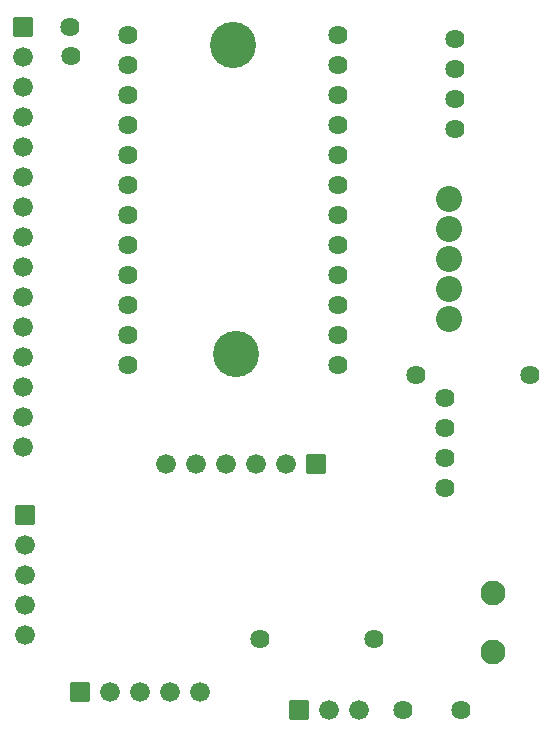
<source format=gts>
G04 Layer: TopSolderMaskLayer*
G04 EasyEDA v6.5.40, 2025-04-08 18:07:50*
G04 f69cb92f1d464a00b3157a5873f4f14e,9a3801b0f1a945d2957c124233de6e5e,10*
G04 Gerber Generator version 0.2*
G04 Scale: 100 percent, Rotated: No, Reflected: No *
G04 Dimensions in millimeters *
G04 leading zeros omitted , absolute positions ,4 integer and 5 decimal *
%FSLAX45Y45*%
%MOMM*%

%AMMACRO1*1,1,$1,$2,$3*1,1,$1,$4,$5*1,1,$1,0-$2,0-$3*1,1,$1,0-$4,0-$5*20,1,$1,$2,$3,$4,$5,0*20,1,$1,$4,$5,0-$2,0-$3,0*20,1,$1,0-$2,0-$3,0-$4,0-$5,0*20,1,$1,0-$4,0-$5,$2,$3,0*4,1,4,$2,$3,$4,$5,0-$2,0-$3,0-$4,0-$5,$2,$3,0*%
%ADD10C,1.6764*%
%ADD11MACRO1,0.1016X0.7874X0.7874X0.7874X-0.7874*%
%ADD12MACRO1,0.1016X-0.7874X0.7874X0.7874X0.7874*%
%ADD13C,2.2032*%
%ADD14C,1.6256*%
%ADD15C,2.1016*%
%ADD16MACRO1,0.1016X0.7874X-0.7874X-0.7874X-0.7874*%
%ADD17C,3.9116*%

%LPD*%
D10*
G01*
X1181100Y-482600D03*
G01*
X1181100Y-228600D03*
G01*
X1181100Y25400D03*
G01*
X1181100Y279400D03*
D11*
G01*
X1181100Y533400D03*
D10*
G01*
X4013200Y-1117600D03*
G01*
X3759200Y-1117600D03*
D12*
G01*
X3505200Y-1117600D03*
D10*
G01*
X2667000Y-965200D03*
G01*
X2413000Y-965200D03*
G01*
X2159000Y-965200D03*
G01*
X1905000Y-965200D03*
D12*
G01*
X1651000Y-965200D03*
D10*
G01*
X1168400Y1104900D03*
G01*
X1168400Y1358900D03*
G01*
X1168400Y1612900D03*
G01*
X1168400Y1866900D03*
G01*
X1168400Y2120900D03*
G01*
X1168400Y2374900D03*
G01*
X1168400Y2628900D03*
G01*
X1168400Y2882900D03*
G01*
X1168400Y3136900D03*
G01*
X1168400Y3390900D03*
G01*
X1168400Y3644900D03*
G01*
X1168400Y3898900D03*
G01*
X1168400Y4152900D03*
G01*
X1168400Y4406900D03*
D11*
G01*
X1168400Y4660900D03*
D13*
G01*
X4771999Y2949600D03*
G01*
X4771999Y2695600D03*
G01*
X4771999Y2441600D03*
G01*
X4771999Y2187600D03*
G01*
X4771999Y3203600D03*
D14*
G01*
X4737100Y1524000D03*
G01*
X4737100Y1270000D03*
G01*
X4737100Y1016000D03*
G01*
X4737100Y762000D03*
D15*
G01*
X5143500Y-631444D03*
G01*
X5143500Y-130555D03*
D10*
G01*
X2374925Y965200D03*
G01*
X2628925Y965200D03*
G01*
X2882925Y965200D03*
G01*
X3136925Y965200D03*
G01*
X3390925Y965200D03*
D16*
G01*
X3644897Y965192D03*
D14*
G01*
X4826000Y3797300D03*
G01*
X4826000Y4051300D03*
G01*
X4826000Y4305300D03*
G01*
X4826000Y4559300D03*
G01*
X2057400Y4597400D03*
G01*
X2057400Y4343400D03*
G01*
X2057400Y4089400D03*
G01*
X2057400Y3835400D03*
G01*
X2057400Y3581400D03*
G01*
X2057400Y3327400D03*
G01*
X2057400Y3073400D03*
G01*
X2057400Y2819400D03*
G01*
X2057400Y2565400D03*
G01*
X2057400Y2311400D03*
G01*
X2057400Y2057400D03*
G01*
X2057400Y1803400D03*
G01*
X3835400Y1803400D03*
G01*
X3835400Y2057400D03*
G01*
X3835400Y2311400D03*
G01*
X3835400Y2565400D03*
G01*
X3835400Y2819400D03*
G01*
X3835400Y3073400D03*
G01*
X3835400Y3327400D03*
G01*
X3835400Y3581400D03*
G01*
X3835400Y3835400D03*
G01*
X3835400Y4089400D03*
G01*
X3835400Y4343400D03*
G01*
X3835400Y4597400D03*
D17*
G01*
X2946400Y4508500D03*
G01*
X2971800Y1892300D03*
D14*
G01*
X4876800Y-1117600D03*
G01*
X4381500Y-1117600D03*
G01*
X4495800Y1714500D03*
G01*
X5461000Y1714500D03*
G01*
X3175000Y-520700D03*
G01*
X4140200Y-520700D03*
G01*
X1566699Y4660900D03*
G01*
X1573095Y4413643D03*
M02*

</source>
